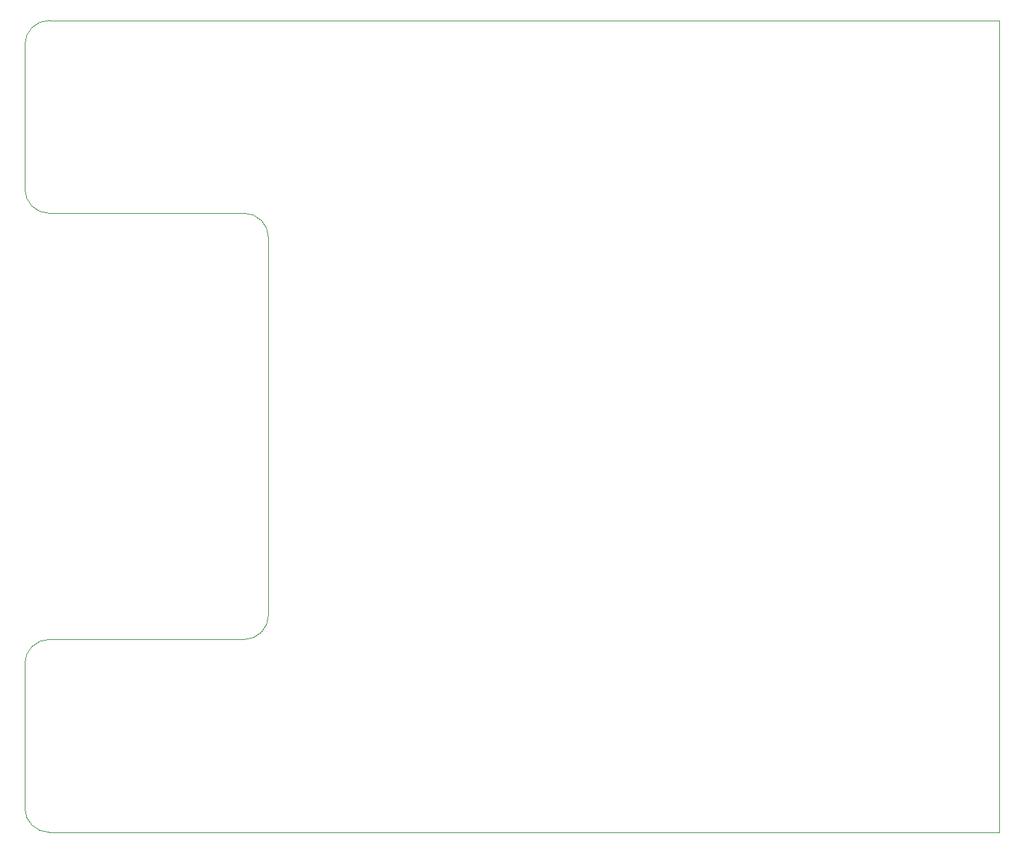
<source format=gbr>
%TF.GenerationSoftware,KiCad,Pcbnew,(6.0.4)*%
%TF.CreationDate,2023-06-02T21:13:09+02:00*%
%TF.ProjectId,Chrolis-LCR-Connector,4368726f-6c69-4732-9d4c-43522d436f6e,rev?*%
%TF.SameCoordinates,Original*%
%TF.FileFunction,Paste,Top*%
%TF.FilePolarity,Positive*%
%FSLAX46Y46*%
G04 Gerber Fmt 4.6, Leading zero omitted, Abs format (unit mm)*
G04 Created by KiCad (PCBNEW (6.0.4)) date 2023-06-02 21:13:09*
%MOMM*%
%LPD*%
G01*
G04 APERTURE LIST*
%TA.AperFunction,Profile*%
%ADD10C,0.100000*%
%TD*%
G04 APERTURE END LIST*
D10*
X76950000Y-126600000D02*
X52950000Y-126600000D01*
X169950000Y-50350000D02*
X169950000Y-150350000D01*
X52950000Y-126600000D02*
G75*
G03*
X49950000Y-129600000I0J-3000000D01*
G01*
X76950000Y-74100000D02*
X52950000Y-74100000D01*
X79950000Y-77100000D02*
G75*
G03*
X76950000Y-74100000I-3000000J0D01*
G01*
X169950000Y-150350000D02*
X52950000Y-150350000D01*
X79950000Y-77100000D02*
X79950000Y-123600000D01*
X49950000Y-129600000D02*
X49950000Y-147350000D01*
X52950000Y-50350000D02*
G75*
G03*
X49950000Y-53350000I0J-3000000D01*
G01*
X76950000Y-126600000D02*
G75*
G03*
X79950000Y-123600000I0J3000000D01*
G01*
X52950000Y-50350000D02*
X169950000Y-50350000D01*
X49950000Y-71100000D02*
G75*
G03*
X52950000Y-74100000I3000000J0D01*
G01*
X49950000Y-147350000D02*
G75*
G03*
X52950000Y-150350000I3000000J0D01*
G01*
X49950000Y-71100000D02*
X49950000Y-53350000D01*
M02*

</source>
